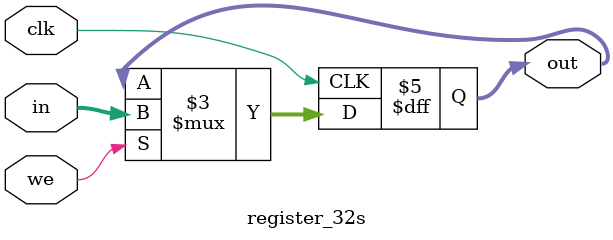
<source format=sv>
/* 32 bit register */
module register_32s(

	input wire clk,
	input wire we,
	input wire [1:0] in,
	output wire [1:0] out
	
);

always_ff @(posedge clk) begin
	if(we) begin
		out = in;
	end
end //End always_ff


endmodule

</source>
